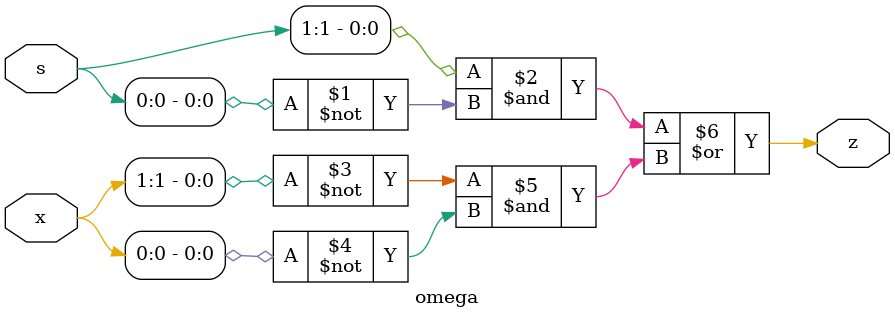
<source format=sv>
module omega(output z, input [1:0]x, input [1:0]s);

assign
  z=(s[1] & ~s[0]) | (~x[1] & ~x[0]);

endmodule

</source>
